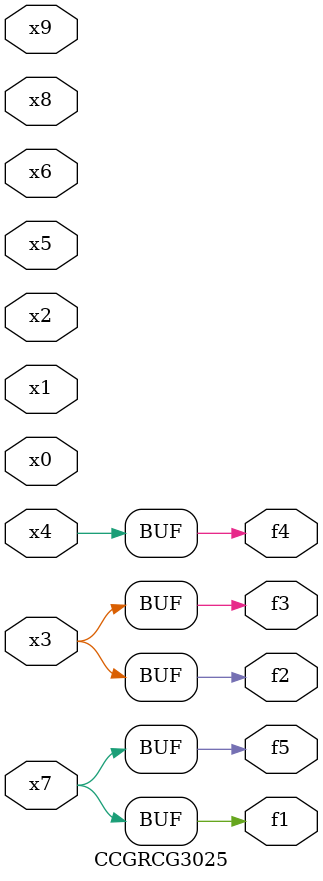
<source format=v>
module CCGRCG3025(
	input x0, x1, x2, x3, x4, x5, x6, x7, x8, x9,
	output f1, f2, f3, f4, f5
);
	assign f1 = x7;
	assign f2 = x3;
	assign f3 = x3;
	assign f4 = x4;
	assign f5 = x7;
endmodule

</source>
